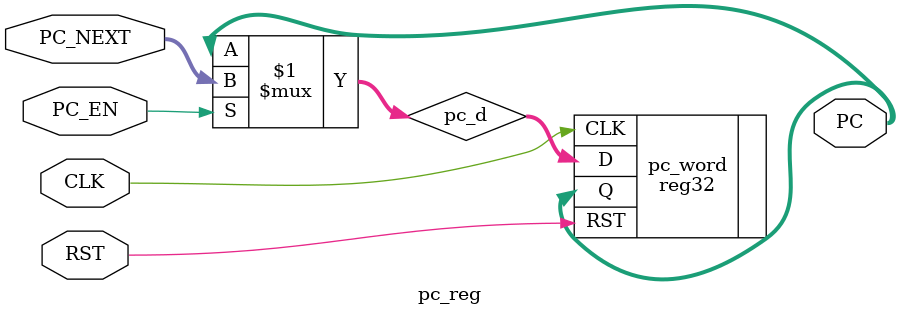
<source format=v>
`timescale 1ns/1ps

module pc_reg (
    input  wire        CLK,
    input  wire        RST,
    input  wire        PC_EN,      // PC 更新有効
    input  wire [31:0] PC_NEXT,    // 次の PC 値
    output wire [31:0] PC          // 現在の PC
);
    wire [31:0] pc_d;   // reg32 への入力（PC_EN でゲート）

    // PC_EN が 0 のとき自身の値でホールド、1 のとき PC_NEXT を入力
    assign pc_d = PC_EN ? PC_NEXT : PC;

    // reg32 で PC 値を保持
    reg32 pc_word (
        .CLK(CLK),
        .RST(RST),
        .D(pc_d),
        .Q(PC)
    );
endmodule

</source>
